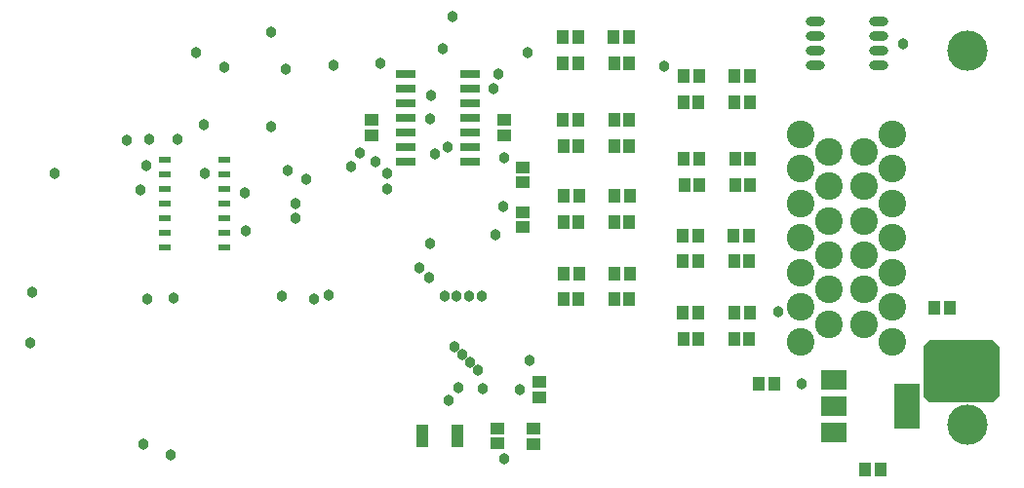
<source format=gbr>
%TF.GenerationSoftware,Altium Limited,Altium Designer,19.0.15 (446)*%
G04 Layer_Color=16711935*
%FSLAX26Y26*%
%MOIN*%
%TF.FileFunction,Soldermask,Bot*%
%TF.Part,Single*%
G01*
G75*
%TA.AperFunction,SMDPad,CuDef*%
%ADD46R,0.047370X0.043433*%
%ADD47R,0.043433X0.047370*%
%ADD48R,0.045402X0.041465*%
%ADD49R,0.043000X0.024535*%
%ADD50R,0.065087X0.031622*%
%ADD51R,0.086740X0.067055*%
%ADD52R,0.086740X0.157606*%
%ADD53R,0.043433X0.019811*%
%ADD54O,0.065087X0.031622*%
%ADD55R,0.041465X0.045402*%
%TA.AperFunction,ComponentPad*%
%ADD56C,0.137921*%
%ADD57C,0.094614*%
%TA.AperFunction,ViaPad*%
%ADD58C,0.038000*%
G36*
X3967519Y500000D02*
X3967519Y333661D01*
X3945866Y312008D01*
X3727362Y312008D01*
X3707677Y331693D01*
X3707677Y503431D01*
X3728852Y524606D01*
X3942913Y524606D01*
X3967519Y500000D01*
D02*
G37*
D46*
X2393701Y382874D02*
D03*
Y329724D02*
D03*
X2374213Y170276D02*
D03*
Y223425D02*
D03*
D47*
X3145669Y376969D02*
D03*
X3198819D02*
D03*
X3506890Y82677D02*
D03*
X3560039D02*
D03*
X3744095Y636811D02*
D03*
X3797244D02*
D03*
X2703740Y753937D02*
D03*
X2650591D02*
D03*
X2476378D02*
D03*
X2529528D02*
D03*
X3114173Y1429134D02*
D03*
X3061024D02*
D03*
X2886811D02*
D03*
X2939961D02*
D03*
X2703740Y1017716D02*
D03*
X2650591D02*
D03*
X2476378D02*
D03*
X2529528D02*
D03*
X3116142Y1145669D02*
D03*
X3062992D02*
D03*
X2888779D02*
D03*
X2941929D02*
D03*
X2702756Y1279527D02*
D03*
X2649606D02*
D03*
X2475394D02*
D03*
X2528543D02*
D03*
X2701772Y1562992D02*
D03*
X2648622D02*
D03*
X2474409D02*
D03*
X2527559D02*
D03*
X3112205Y883858D02*
D03*
X3059055D02*
D03*
X2884843D02*
D03*
X2937992D02*
D03*
X2885827Y620079D02*
D03*
X2938976D02*
D03*
X3113189D02*
D03*
X3060039D02*
D03*
D48*
X2336614Y1116142D02*
D03*
Y1064961D02*
D03*
Y911417D02*
D03*
Y962598D02*
D03*
X2273622Y1227362D02*
D03*
Y1278543D02*
D03*
X1822835Y1227362D02*
D03*
Y1278543D02*
D03*
X2251968Y171260D02*
D03*
Y222441D02*
D03*
D49*
X1318898Y1143110D02*
D03*
Y1093110D02*
D03*
Y1043110D02*
D03*
Y993110D02*
D03*
Y943110D02*
D03*
Y893110D02*
D03*
Y843110D02*
D03*
X1114173Y1143110D02*
D03*
Y1093110D02*
D03*
Y1043110D02*
D03*
Y993110D02*
D03*
Y943110D02*
D03*
Y893110D02*
D03*
Y843110D02*
D03*
D50*
X2159449Y1434449D02*
D03*
Y1384449D02*
D03*
Y1334449D02*
D03*
Y1284449D02*
D03*
Y1234449D02*
D03*
Y1184449D02*
D03*
Y1134449D02*
D03*
X1938976Y1434449D02*
D03*
Y1384449D02*
D03*
Y1334449D02*
D03*
Y1284449D02*
D03*
Y1234449D02*
D03*
Y1184449D02*
D03*
Y1134449D02*
D03*
D51*
X3402559Y209646D02*
D03*
Y300197D02*
D03*
Y390748D02*
D03*
D52*
X3650591Y300197D02*
D03*
D53*
X2116142Y227362D02*
D03*
Y207677D02*
D03*
Y187992D02*
D03*
Y168307D02*
D03*
X1994094Y227362D02*
D03*
Y207677D02*
D03*
Y187992D02*
D03*
Y168307D02*
D03*
D54*
X3338583Y1466339D02*
D03*
Y1516339D02*
D03*
Y1566339D02*
D03*
Y1616339D02*
D03*
X3553150Y1466339D02*
D03*
Y1516339D02*
D03*
Y1566339D02*
D03*
Y1616339D02*
D03*
D55*
X2651575Y664370D02*
D03*
X2702756D02*
D03*
X2477362D02*
D03*
X2528543D02*
D03*
X3062008Y1339567D02*
D03*
X3113189D02*
D03*
X2887796D02*
D03*
X2938977D02*
D03*
X2651575Y928150D02*
D03*
X2702756D02*
D03*
X2477362D02*
D03*
X2528543D02*
D03*
X3063976Y1056102D02*
D03*
X3115157D02*
D03*
X2889764D02*
D03*
X2940945D02*
D03*
X2650591Y1189961D02*
D03*
X2701772D02*
D03*
X2476378D02*
D03*
X2527559D02*
D03*
X2649606Y1473425D02*
D03*
X2700787D02*
D03*
X2475394D02*
D03*
X2526575D02*
D03*
X3060039Y794291D02*
D03*
X3111220D02*
D03*
X2885827D02*
D03*
X2937008D02*
D03*
X2886811Y530512D02*
D03*
X2937992D02*
D03*
X3061024D02*
D03*
X3112205D02*
D03*
D56*
X3858268Y235236D02*
D03*
Y1514764D02*
D03*
D57*
X3287402Y1229331D02*
D03*
Y1111220D02*
D03*
Y993110D02*
D03*
Y875000D02*
D03*
Y756890D02*
D03*
Y638779D02*
D03*
Y520669D02*
D03*
X3385827Y1170276D02*
D03*
Y1052165D02*
D03*
Y934055D02*
D03*
Y815945D02*
D03*
Y697835D02*
D03*
Y579724D02*
D03*
X3503937Y1170276D02*
D03*
Y1052165D02*
D03*
Y934055D02*
D03*
Y815945D02*
D03*
Y697835D02*
D03*
Y579724D02*
D03*
X3602362Y1229331D02*
D03*
Y1111220D02*
D03*
Y993110D02*
D03*
Y875000D02*
D03*
Y756890D02*
D03*
Y638779D02*
D03*
Y520669D02*
D03*
D58*
X1984252Y771520D02*
D03*
X1625984Y664370D02*
D03*
X1040624Y168037D02*
D03*
X1133858Y133858D02*
D03*
X1691493Y1464567D02*
D03*
X1834646Y1136752D02*
D03*
X2026115Y1362205D02*
D03*
X983005Y1208661D02*
D03*
X2273622Y1149606D02*
D03*
X1849535Y1472441D02*
D03*
X1247524Y1263112D02*
D03*
X1527559Y1452756D02*
D03*
X1476378Y1254260D02*
D03*
X736221Y1096460D02*
D03*
X661417Y689961D02*
D03*
X2354331Y1507874D02*
D03*
X2822222Y1462923D02*
D03*
X3638955Y1539370D02*
D03*
X1476378Y1579232D02*
D03*
X1221306Y1507874D02*
D03*
X1158704Y1212598D02*
D03*
X1061012Y1213699D02*
D03*
X653543Y515748D02*
D03*
X1145669Y669291D02*
D03*
X1514659Y674328D02*
D03*
X2275591Y118110D02*
D03*
X2200787Y359048D02*
D03*
X2327756Y356299D02*
D03*
X2118110Y362205D02*
D03*
X1673228Y678150D02*
D03*
X1318898Y1460630D02*
D03*
X1031496Y1039370D02*
D03*
X1251968Y1095472D02*
D03*
X1051658Y1122047D02*
D03*
X1055118Y665354D02*
D03*
X1389764Y898622D02*
D03*
X1388780Y1029528D02*
D03*
X2197835Y677165D02*
D03*
X2271653Y983268D02*
D03*
X2243110Y886811D02*
D03*
X1780512Y1167323D02*
D03*
X1752512Y1119094D02*
D03*
X1562008Y941929D02*
D03*
Y992126D02*
D03*
X1533465Y1107284D02*
D03*
X1599409Y1076772D02*
D03*
X2018701Y738189D02*
D03*
X1875000Y1042323D02*
D03*
Y1095472D02*
D03*
X2254528Y1434449D02*
D03*
X2238780Y1384449D02*
D03*
X2112533Y677165D02*
D03*
X2069882D02*
D03*
X2155184D02*
D03*
X2019685Y854331D02*
D03*
X2098425Y1632382D02*
D03*
X2062992Y1523622D02*
D03*
X2039370Y1161417D02*
D03*
X2082677Y1184449D02*
D03*
X2019685Y1281988D02*
D03*
X2360236Y454724D02*
D03*
X2185925Y422342D02*
D03*
X2159055Y449213D02*
D03*
X2132185Y476083D02*
D03*
X2105315Y502953D02*
D03*
X2085630Y317913D02*
D03*
X3212598Y624016D02*
D03*
X3291339Y376969D02*
D03*
X3940962Y482284D02*
D03*
X3921277Y442914D02*
D03*
X3940962Y403544D02*
D03*
X3921277Y364174D02*
D03*
X3901592Y482284D02*
D03*
X3881907Y442914D02*
D03*
X3901592Y403544D02*
D03*
X3881907Y364174D02*
D03*
X3862222Y482284D02*
D03*
X3842537Y442914D02*
D03*
X3862222Y403544D02*
D03*
X3842537Y364174D02*
D03*
X3822852Y482284D02*
D03*
X3803167Y442914D02*
D03*
X3822852Y403544D02*
D03*
X3803167Y364174D02*
D03*
X3783482Y482284D02*
D03*
X3763797Y442914D02*
D03*
X3783482Y403544D02*
D03*
X3763797Y364174D02*
D03*
X3744111Y482284D02*
D03*
X3724427Y442914D02*
D03*
X3744111Y403544D02*
D03*
X3724427Y364174D02*
D03*
%TF.MD5,4ce7429ed3b6adb718d9f9350787a228*%
M02*

</source>
